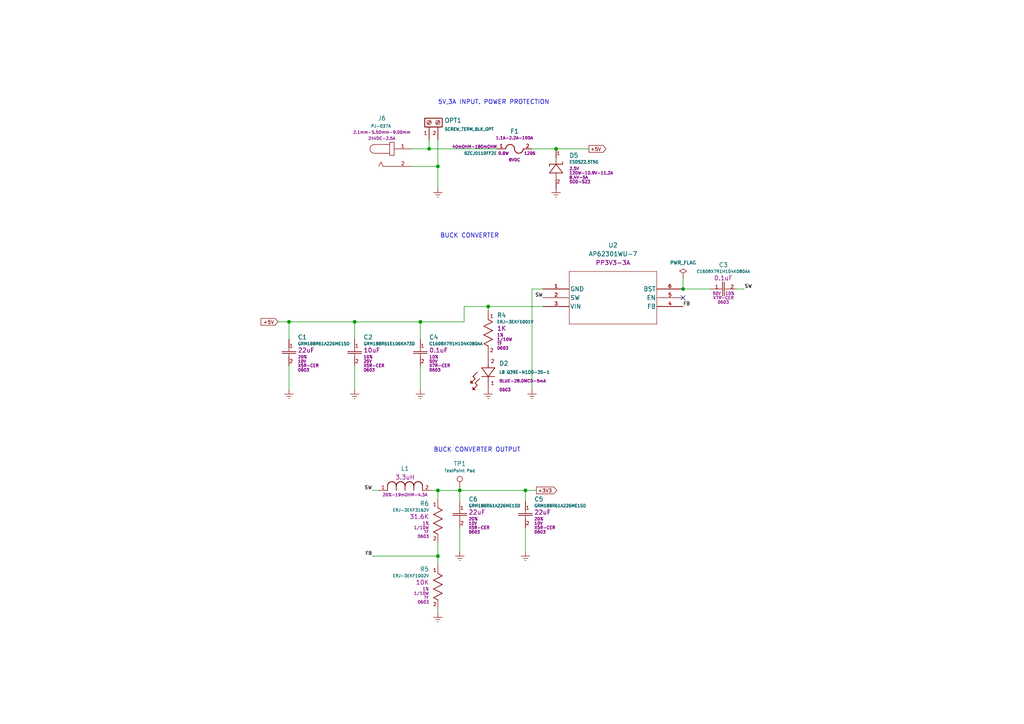
<source format=kicad_sch>
(kicad_sch (version 20211123) (generator eeschema)
  (paper "A4")
  (title_block (title "AED SMART ALARM BASE STATION") (date "2023-03-18") (rev "1.3") (company "ECE 490/491 GROUP 16 DESTIN CHAN, PEI-YU HUANG, MOHAMMAD KAMAL, SHU-YU LIN") (comment 1 "INPUT POWER AND BUCK CONVERTER"))
  (lib_symbols
    (symbol "0ZCJ0110FF2E_1" (pin_names hide)
      (property "Reference" "F1" (at 5.08 5.08 0))
      (property "Value" "0ZCJ0110FF2E_1" (at 0 -1.27 0))
      (property "Rated Current" "1.1A-2.2A-100A" (at 5.08 3.175 0))
      (property "Resistance" "40mOHM-180mOHM" (at 0 1.27 0))
      (property "Max Voltage" "8VDC" (at 5.08 -3.175 0))
      (property "Typical Power" "0.8W" (at 1.905 -1.27 0))
      (property "Size" "1206" (at 9.525 -1.27 0))
      (symbol "0ZCJ0110FF2E_1_1_1"
        (arc (start 5.08 0) (mid 3.81 1.27) (end 2.54 0) (stroke (width 0.254)))
        (arc (start 5.08 0) (mid 6.35 -1.27) (end 7.62 0) (stroke (width 0.254)))
        (pin passive line (at 0 0 0) (length 2.54) (name "1") (number "1"))
        (pin passive line (at 10.16 0 180) (length 2.54) (name "2") (number "2"))
      )
    )
    (symbol "1. Buck Converter:AP62301WU-7" (pin_names (offset 0.254))
      (property "Reference" "U" (at 20.32 6.35 0))
      (property "Value" "AP62301WU-7" (at 20.32 3.175 0))
      (property "Current" "PP3V3-3A" (at 20.32 0.635 0))
      (symbol "AP62301WU-7_1_1"
        (polyline (pts (xy 7.62 -10.16) (xy 33.02 -10.16)) (stroke (width 0.127)))
        (polyline (pts (xy 7.62 5.08) (xy 7.62 -10.16)) (stroke (width 0.127)))
        (polyline (pts (xy 33.02 -10.16) (xy 33.02 5.08)) (stroke (width 0.127)))
        (polyline (pts (xy 33.02 5.08) (xy 7.62 5.08)) (stroke (width 0.127)))
        (pin power_in line (at 0 0 0) (length 7.62) (name "GND") (number "1"))
        (pin power_out line (at 0 -2.54 0) (length 7.62) (name "SW") (number "2"))
        (pin power_in line (at 0 -5.08 0) (length 7.62) (name "VIN") (number "3"))
        (pin input line (at 40.64 -5.08 180) (length 7.62) (name "FB") (number "4"))
        (pin input line (at 40.64 -2.54 180) (length 7.62) (name "EN") (number "5"))
        (pin power_in line (at 40.64 0 180) (length 7.62) (name "BST") (number "6"))
      )
    )
    (symbol "1. Capacitor - 0.1u:C1608X7R1H104K080AA" (pin_numbers hide) (pin_names (offset 1.651) hide)
      (property "Reference" "C" (at 2.54 0.254 0))
      (property "Value" "C1608X7R1H104K080AA" (at 0.127 -17.78 0))
      (property "Capacitance" "0.1uF" (at 2.54 -1.524 0))
      (property "Tolerance" "10%" (at 2.794 -3.302 0))
      (property "Rated Voltage" "50V" (at 2.794 -4.826 0))
      (property "Code" "X7R-CER" (at 2.794 -6.35 0))
      (property "Size" "0603" (at 2.794 -7.874 0))
      (symbol "C1608X7R1H104K080AA_0_0"
        (polyline (pts (xy 0 -5.08) (xy 0 -4.064)))
        (polyline (pts (xy 0 -3.556) (xy 0 -2.54)))
        (text "1" (at 0.635 -1.905 0) (effects (font (size 1 1))))
        (text "2" (at 0.635 -6.35 0) (effects (font (size 1 1))))
      )
      (symbol "C1608X7R1H104K080AA_1_1"
        (polyline (pts (xy -2.032 -4.064) (xy 2.032 -4.064)) (stroke (width 0.2032)))
        (polyline (pts (xy -2.032 -3.556) (xy 2.032 -3.556)) (stroke (width 0.2032)))
        (pin passive line (at 0 0 270) (length 2.54) (name "1") (number "1"))
        (pin passive line (at 0 -7.62 90) (length 2.54) (name "2") (number "2"))
      )
    )
    (symbol "1. Capacitor - 10u:GRM188R61E106KA73D" (pin_numbers hide) (pin_names (offset 1.651) hide)
      (property "Reference" "C" (at 2.54 0.254 0))
      (property "Value" "GRM188R61E106KA73D" (at 0 -22.86 0))
      (property "Capacitance" "10uF" (at 2.54 -1.651 0))
      (property "Tolerance" "10%" (at 2.794 -3.683 0))
      (property "Rated Voltage" "25V" (at 2.794 -5.588 0))
      (property "Code" "X5R-CER" (at 2.794 -7.493 0))
      (property "Size" "0603" (at 2.794 -9.398 0))
      (symbol "GRM188R61E106KA73D_0_0"
        (polyline (pts (xy 0 -5.08) (xy 0 -4.064)))
        (polyline (pts (xy 0 -3.556) (xy 0 -2.54)))
        (text "1" (at 0.635 -1.905 0) (effects (font (size 1 1))))
        (text "2" (at 0.635 -6.35 0) (effects (font (size 1 1))))
      )
      (symbol "GRM188R61E106KA73D_1_1"
        (polyline (pts (xy -2.032 -4.064) (xy 2.032 -4.064)) (stroke (width 0.2032)))
        (polyline (pts (xy -2.032 -3.556) (xy 2.032 -3.556)) (stroke (width 0.2032)))
        (pin passive line (at 0 0 270) (length 2.54) (name "1") (number "1"))
        (pin passive line (at 0 -7.62 90) (length 2.54) (name "2") (number "2"))
      )
    )
    (symbol "1. Capacitor - 22u:GRM188R61A226ME15D" (pin_numbers hide) (pin_names (offset 1.651) hide)
      (property "Reference" "C" (at 2.54 0.254 0))
      (property "Value" "GRM188R61A226ME15D" (at 0 -14.605 0))
      (property "Capacitance" "22uF" (at 2.54 -1.524 0))
      (property "Tolerance" "20%" (at 2.54 -3.429 0))
      (property "Rated Voltage" "10V" (at 2.54 -5.334 0))
      (property "Code" "X5R-CER" (at 2.54 -7.239 0))
      (property "Size" "0603" (at 2.54 -9.144 0))
      (symbol "GRM188R61A226ME15D_0_0"
        (polyline (pts (xy 0 -5.08) (xy 0 -4.064)))
        (polyline (pts (xy 0 -3.556) (xy 0 -2.54)))
        (text "1" (at 0.635 -1.905 0) (effects (font (size 1 1))))
        (text "2" (at 0.635 -6.35 0) (effects (font (size 1 1))))
      )
      (symbol "GRM188R61A226ME15D_1_1"
        (polyline (pts (xy -2.032 -4.064) (xy 2.032 -4.064)) (stroke (width 0.2032)))
        (polyline (pts (xy -2.032 -3.556) (xy 2.032 -3.556)) (stroke (width 0.2032)))
        (pin passive line (at 0 0 270) (length 2.54) (name "1") (number "1"))
        (pin passive line (at 0 -7.62 90) (length 2.54) (name "2") (number "2"))
      )
    )
    (symbol "1. DC Power Connector:PJ-037A" (pin_names (offset 1.016) hide)
      (property "Reference" "J" (at -7.62 5.08 0))
      (property "Value" "PJ-037A" (at -7.62 -5.08 0))
      (property "Size" "2.1mm-5.50mm-9.00mm" (at 0 0 0))
      (property "Rating" "24VDC-2.5A" (at 0 0 0))
      (symbol "PJ-037A_0_0"
        (arc (start -5.715 3.81) (mid -6.985 2.54) (end -5.715 1.27) (stroke (width 0.1524)))
        (polyline (pts (xy -5.715 3.81) (xy -1.27 3.81)) (stroke (width 0.1524)))
        (polyline (pts (xy -3.81 -1.27) (xy -4.445 -2.54)) (stroke (width 0.1524)))
        (polyline (pts (xy -3.175 -2.54) (xy -3.81 -1.27)) (stroke (width 0.1524)))
        (polyline (pts (xy -1.27 0.635) (xy 0 0.635)) (stroke (width 0.1524)))
        (polyline (pts (xy -1.27 1.27) (xy -5.715 1.27)) (stroke (width 0.1524)))
        (polyline (pts (xy -1.27 1.27) (xy -1.27 0.635)) (stroke (width 0.1524)))
        (polyline (pts (xy -1.27 3.81) (xy -1.27 1.27)) (stroke (width 0.1524)))
        (polyline (pts (xy -1.27 4.445) (xy -1.27 3.81)) (stroke (width 0.1524)))
        (polyline (pts (xy 0 -2.54) (xy -3.175 -2.54)) (stroke (width 0.1524)))
        (polyline (pts (xy 0 0.635) (xy 0 4.445)) (stroke (width 0.1524)))
        (polyline (pts (xy 0 4.445) (xy -1.27 4.445)) (stroke (width 0.1524)))
        (pin passive line (at 5.08 2.54 180) (length 5.08) (name "~") (number "1"))
        (pin passive line (at 5.08 -2.54 180) (length 5.08) (name "~") (number "2"))
      )
    )
    (symbol "1. Inductor:NRS8030T3R3MJGJ" (pin_names (offset 1.651) hide)
      (property "Reference" "L1" (at 7.62 6.35 0))
      (property "Inductance" "3.3uH" (at 7.62 3.81 0))
      (property "Tolerance + DCR + Rated Current" "20%-19mOHM-4.3A" (at 7.62 -1.27 0))
      (symbol "NRS8030T3R3MJGJ_1_1"
        (polyline (pts (xy 2.54 0) (xy 2.54 1.27)) (stroke (width 0.2032)))
        (polyline (pts (xy 5.08 0) (xy 5.08 1.27)) (stroke (width 0.2032)))
        (polyline (pts (xy 7.62 0) (xy 7.62 1.27)) (stroke (width 0.2032)))
        (polyline (pts (xy 10.16 0) (xy 10.16 1.27)) (stroke (width 0.2032)))
        (polyline (pts (xy 12.7 0) (xy 12.7 1.27)) (stroke (width 0.2032)))
        (arc (start 5.08 1.27) (mid 3.81 2.54) (end 2.54 1.27) (stroke (width 0.254)))
        (arc (start 7.62 1.27) (mid 6.35 2.54) (end 5.08 1.27) (stroke (width 0.254)))
        (arc (start 10.16 1.27) (mid 8.89 2.54) (end 7.62 1.27) (stroke (width 0.254)))
        (arc (start 12.7 1.27) (mid 11.43 2.54) (end 10.16 1.27) (stroke (width 0.254)))
        (pin passive line (at 0 0 0) (length 2.54) (name "1") (number "1"))
        (pin passive line (at 15.24 0 180) (length 2.54) (name "2") (number "2"))
      )
    )
    (symbol "1. LED - Blue:LB Q39E-N1OO-35-1" (pin_numbers hide) (pin_names hide)
      (property "Reference" "D1" (at 2.54 -1.905 0))
      (property "Value" "LB Q39E-N1OO-35-1" (at 2.54 -3.81 0))
      (property "Colour-Intensity-FWD Current" "BLUE-28.0MCD-5mA" (at 2.54 -5.715 0))
      (property "Size" "0603" (at 2.54 -7.62 0))
      (symbol "LB Q39E-N1OO-35-1_0_0"
        (text "1" (at 1.27 -8.255 0) (effects (font (size 1 1))))
        (text "2" (at 1.27 -1.905 0) (effects (font (size 1 1))))
      )
      (symbol "LB Q39E-N1OO-35-1_1_1"
        (polyline (pts (xy -5.08 -8.255) (xy -5.08 -7.62)) (stroke (width 0.2032)))
        (polyline (pts (xy -5.08 -7.62) (xy -4.445 -8.255)) (stroke (width 0.2032)))
        (polyline (pts (xy -4.445 -10.16) (xy -4.445 -9.525)) (stroke (width 0.2032)))
        (polyline (pts (xy -4.445 -9.525) (xy -3.81 -10.16)) (stroke (width 0.2032)))
        (polyline (pts (xy -4.445 -8.255) (xy -5.08 -8.255)) (stroke (width 0.2032)))
        (polyline (pts (xy -4.445 -6.35) (xy -3.81 -6.985)) (stroke (width 0.2032)))
        (polyline (pts (xy -3.81 -10.16) (xy -4.445 -10.16)) (stroke (width 0.2032)))
        (polyline (pts (xy -3.81 -8.255) (xy -3.175 -8.89)) (stroke (width 0.2032)))
        (polyline (pts (xy -3.81 -6.985) (xy -5.08 -8.255)) (stroke (width 0.2032)))
        (polyline (pts (xy -3.175 -8.89) (xy -4.445 -10.16)) (stroke (width 0.2032)))
        (polyline (pts (xy -3.175 -5.08) (xy -4.445 -6.35)) (stroke (width 0.2032)))
        (polyline (pts (xy -2.54 -6.985) (xy -3.81 -8.255)) (stroke (width 0.2032)))
        (polyline (pts (xy -1.905 -3.81) (xy 1.905 -3.81)) (stroke (width 0.2032)))
        (polyline (pts (xy 0 -6.35) (xy -1.905 -3.81)) (stroke (width 0.2032)))
        (polyline (pts (xy 0 -6.35) (xy 0 -7.62)) (stroke (width 0.2032)))
        (polyline (pts (xy 0 -3.175) (xy 0 -3.81)) (stroke (width 0.2032)))
        (polyline (pts (xy 0 -2.54) (xy 0 -3.4798)) (stroke (width 0.2032)))
        (polyline (pts (xy 1.905 -6.35) (xy -1.905 -6.35)) (stroke (width 0.2032)))
        (polyline (pts (xy 1.905 -3.81) (xy 0 -6.35)) (stroke (width 0.2032)))
        (pin passive line (at 0 -10.16 90) (length 2.54) (name "1") (number "1"))
        (pin passive line (at 0 0 270) (length 2.54) (name "2") (number "2"))
      )
    )
    (symbol "1. Resistor - 10k:ERJ-3EKF1002V" (pin_numbers hide) (pin_names (offset -2.54) hide)
      (property "Reference" "R2" (at -2.54 -1.27 0))
      (property "Value" "ERJ-3EKF1002V" (at -2.54 -3.175 0))
      (property "Resistance" "10K" (at -2.54 -5.08 0))
      (property "Tolerance" "1%" (at -2.54 -6.985 0))
      (property "Power Dissipation" "1/10W" (at -2.54 -8.255 0))
      (property "Type" "TF" (at -2.54 -9.525 0))
      (property "Size" "0603" (at -2.54 -10.795 0))
      (symbol "ERJ-3EKF1002V_0_0"
        (text "1" (at -0.889 -1.524 0) (effects (font (size 1 1))))
        (text "2" (at -0.889 -11.43 0) (effects (font (size 1 1))))
      )
      (symbol "ERJ-3EKF1002V_1_1"
        (polyline (pts (xy -1.27 -9.525) (xy 1.27 -8.255)) (stroke (width 0.2032)))
        (polyline (pts (xy -1.27 -6.985) (xy 1.27 -5.715)) (stroke (width 0.2032)))
        (polyline (pts (xy -1.27 -4.445) (xy 1.27 -3.175)) (stroke (width 0.2032)))
        (polyline (pts (xy 0 -10.16) (xy -1.27 -9.525)) (stroke (width 0.2032)))
        (polyline (pts (xy 1.27 -8.255) (xy -1.27 -6.985)) (stroke (width 0.2032)))
        (polyline (pts (xy 1.27 -5.715) (xy -1.27 -4.445)) (stroke (width 0.2032)))
        (polyline (pts (xy 1.27 -3.175) (xy 0 -2.54)) (stroke (width 0.2032)))
        (pin passive line (at 0 0 270) (length 2.54) (name "1") (number "1"))
        (pin passive line (at 0 -12.7 90) (length 2.54) (name "2") (number "2"))
      )
    )
    (symbol "1. Resistor - 1k:ERJ-3EKF1001V" (pin_numbers hide) (pin_names (offset -2.54) hide)
      (property "Reference" "R" (at 2.54 -1.27 0))
      (property "Value" "ERJ-3EKF1001V" (at 2.54 -3.175 0))
      (property "Resistance" "1K" (at 2.54 -5.08 0))
      (property "Tolerance" "1%" (at 2.54 -6.985 0))
      (property "Power Dissipation" "1/10W" (at 2.54 -8.255 0))
      (property "Type" "TF" (at 2.54 -9.525 0))
      (property "Size" "0603" (at 2.54 -10.795 0))
      (symbol "ERJ-3EKF1001V_0_0"
        (text "1" (at 1.016 -1.524 0) (effects (font (size 1 1))))
        (text "2" (at 1.016 -11.43 0) (effects (font (size 1 1))))
      )
      (symbol "ERJ-3EKF1001V_1_1"
        (polyline (pts (xy -1.27 -9.525) (xy 1.27 -8.255)) (stroke (width 0.2032)))
        (polyline (pts (xy -1.27 -6.985) (xy 1.27 -5.715)) (stroke (width 0.2032)))
        (polyline (pts (xy -1.27 -4.445) (xy 1.27 -3.175)) (stroke (width 0.2032)))
        (polyline (pts (xy 0 -10.16) (xy -1.27 -9.525)) (stroke (width 0.2032)))
        (polyline (pts (xy 1.27 -8.255) (xy -1.27 -6.985)) (stroke (width 0.2032)))
        (polyline (pts (xy 1.27 -5.715) (xy -1.27 -4.445)) (stroke (width 0.2032)))
        (polyline (pts (xy 1.27 -3.175) (xy 0 -2.54)) (stroke (width 0.2032)))
        (pin passive line (at 0 0 270) (length 2.54) (name "1") (number "1"))
        (pin passive line (at 0 -12.7 90) (length 2.54) (name "2") (number "2"))
      )
    )
    (symbol "1. Resistor - 31.6k:ERJ-3EKF3162V" (pin_numbers hide) (pin_names (offset -2.54) hide)
      (property "Reference" "R1" (at -2.54 -1.27 0))
      (property "Value" "ERJ-3EKF3162V" (at -2.54 -3.175 0))
      (property "Resistance" "31.6K" (at -2.54 -5.08 0))
      (property "Tolerance" "1%" (at -2.54 -6.985 0))
      (property "Power Dissipation" "1/10W" (at -2.54 -8.255 0))
      (property "Type" "TF" (at -2.54 -9.525 0))
      (property "Size" "0603" (at -2.54 -10.795 0))
      (symbol "ERJ-3EKF3162V_0_0"
        (text "1" (at -0.889 -1.524 0) (effects (font (size 1 1))))
        (text "2" (at -0.889 -11.43 0) (effects (font (size 1 1))))
      )
      (symbol "ERJ-3EKF3162V_1_1"
        (polyline (pts (xy -1.27 -9.525) (xy 1.27 -8.255)) (stroke (width 0.2032)))
        (polyline (pts (xy -1.27 -6.985) (xy 1.27 -5.715)) (stroke (width 0.2032)))
        (polyline (pts (xy -1.27 -4.445) (xy 1.27 -3.175)) (stroke (width 0.2032)))
        (polyline (pts (xy 0 -10.16) (xy -1.27 -9.525)) (stroke (width 0.2032)))
        (polyline (pts (xy 1.27 -8.255) (xy -1.27 -6.985)) (stroke (width 0.2032)))
        (polyline (pts (xy 1.27 -5.715) (xy -1.27 -4.445)) (stroke (width 0.2032)))
        (polyline (pts (xy 1.27 -3.175) (xy 0 -2.54)) (stroke (width 0.2032)))
        (pin passive line (at 0 0 270) (length 2.54) (name "1") (number "1"))
        (pin passive line (at 0 -12.7 90) (length 2.54) (name "2") (number "2"))
      )
    )
    (symbol "1. Screw Terminal 01x02:SCREW_TERM_BLK_OPT" (pin_numbers hide) (pin_names (offset 1.016) hide)
      (property "Reference" "J" (at 1.0668 4.826 0))
      (property "Value" "SCREW_TERM_BLK_OPT" (at 0 -5.08 0))
      (symbol "SCREW_TERM_BLK_OPT_0_0"
        (text "1" (at -1.0414 2.032 0) (effects (font (size 1 1))))
        (text "2" (at 1.4986 2.032 0) (effects (font (size 1 1))))
      )
      (symbol "SCREW_TERM_BLK_OPT_1_1"
        (rectangle (start -1.27 3.81) (end 3.81 6.35) (stroke (width 0.254)))
        (polyline (pts (xy -0.508 4.7498) (xy 0.3302 5.6134)) (stroke (width 0.1524)))
        (polyline (pts (xy -0.3302 4.572) (xy 0.508 5.4356)) (stroke (width 0.1524)))
        (polyline (pts (xy 2.032 4.7498) (xy 2.8702 5.6134)) (stroke (width 0.1524)))
        (polyline (pts (xy 2.2098 4.572) (xy 3.048 5.4356)) (stroke (width 0.1524)))
        (circle (center 0 5.1054) (radius 0.635) (stroke (width 0.1524)))
        (circle (center 2.54 5.1054) (radius 0.635) (stroke (width 0.1524)))
        (pin passive line (at 0 0 90) (length 3.81) (name "5V") (number "1"))
        (pin passive line (at 2.54 0 90) (length 3.81) (name "GND") (number "2"))
      )
    )
    (symbol "1. Test Point Pad:TestPoint Pad" (pin_numbers hide) (pin_names (offset 0.762) hide)
      (property "Reference" "TP" (at 0 6.858 0))
      (property "Value" "TestPoint Pad" (at 0 5.08 0))
      (symbol "TestPoint Pad_0_1"
        (circle (center 0 3.302) (radius 0.762))
      )
      (symbol "TestPoint Pad_1_1"
        (pin passive line (at 0 0 90) (length 2.54) (name "1") (number "1"))
      )
    )
    (symbol "C1608X7R1H104K080AA_1" (pin_numbers hide) (pin_names (offset 1.651) hide)
      (property "Reference" "C?" (at -4.318 -2.159 0))
      (property "Value" "C1608X7R1H104K080AA_1" (at -4.318 -4.064 0))
      (property "Capacitance" "0.1uF" (at -4.318 -5.969 0))
      (property "Tolerance" "10%" (at -2.413 -10.414 0))
      (property "Rated Voltage" "50V" (at -6.223 -10.414 0))
      (property "Code" "X7R-CER" (at -4.318 -11.684 0))
      (property "Size" "0603" (at -4.318 -12.954 0))
      (symbol "C1608X7R1H104K080AA_1_0_0"
        (polyline (pts (xy -4.572 -9.144) (xy -5.588 -9.144)))
        (polyline (pts (xy -3.048 -9.144) (xy -4.064 -9.144)))
        (text "1" (at -6.223 -8.509 0) (effects (font (size 1 1))))
        (text "2" (at -1.778 -8.509 0) (effects (font (size 1 1))))
      )
      (symbol "C1608X7R1H104K080AA_1_1_1"
        (polyline (pts (xy -4.572 -11.176) (xy -4.572 -7.112)) (stroke (width 0.2032)))
        (polyline (pts (xy -4.064 -11.176) (xy -4.064 -7.112)) (stroke (width 0.2032)))
        (pin passive line (at -8.128 -9.144 0) (length 2.54) (name "1") (number "1"))
        (pin passive line (at -0.508 -9.144 180) (length 2.54) (name "2") (number "2"))
      )
    )
    (symbol "ESD5Z2.5T5G_1" (pin_numbers hide) (pin_names (offset 0.254) hide)
      (property "Reference" "D" (at 2.54 -3.175 0))
      (property "Value" "ESD5Z2.5T5G_1" (at 2.54 -5.08 0))
      (property "Reverse Working Voltage" "2.5V" (at 2.54 -6.985 0))
      (property "Power Pulse Power, Voltage, Current" "120W-10.9V-11.2A" (at 2.54 -9.525 0))
      (property "Clamping Voltage" "8.4V-5A" (at 2.54 -8.255 0))
      (property "Package" "SOD-523" (at 2.54 -10.795 0))
      (symbol "ESD5Z2.5T5G_1_0_0"
        (text "1" (at 0.635 -1.27 0) (effects (font (size 1 1))))
        (text "2" (at 0.635 -9.525 0) (effects (font (size 1 1))))
      )
      (symbol "ESD5Z2.5T5G_1_0_1"
        (polyline (pts (xy 0 -6.985) (xy 0 -8.89)))
        (polyline (pts (xy 0 -2.54) (xy 0 -4.445)))
      )
      (symbol "ESD5Z2.5T5G_1_1_0"
        (pin passive line (at 0 0 270) (length 2.54) (name "C") (number "1"))
        (pin passive line (at 0 -11.43 90) (length 2.54) (name "A") (number "2"))
      )
      (symbol "ESD5Z2.5T5G_1_1_1"
        (polyline (pts (xy -1.905 -6.985) (xy 0 -4.445)) (stroke (width 0.2032)))
        (polyline (pts (xy -1.905 -4.445) (xy -1.905 -5.08)) (stroke (width 0.2032)))
        (polyline (pts (xy 0 -4.445) (xy 1.905 -6.985)) (stroke (width 0.2032)))
        (polyline (pts (xy 1.905 -6.985) (xy -1.905 -6.985)) (stroke (width 0.2032)))
        (polyline (pts (xy 1.905 -4.445) (xy -1.905 -4.445)) (stroke (width 0.2032)))
        (polyline (pts (xy 1.905 -4.445) (xy 1.905 -3.81)) (stroke (width 0.2032)))
      )
    )
    (symbol "GRM188R61A226ME15D_1" (pin_numbers hide) (pin_names (offset 1.651) hide)
      (property "Reference" "C" (at 2.54 0.254 0))
      (property "Value" "GRM188R61A226ME15D_1" (at 0 -14.605 0))
      (property "Capacitance" "22uF" (at 2.54 -1.524 0))
      (property "Tolerance" "20%" (at 2.54 -3.429 0))
      (property "Rated Voltage" "10V" (at 2.54 -5.334 0))
      (property "Code" "X5R-CER" (at 2.54 -7.239 0))
      (property "Size" "0603" (at 2.54 -9.144 0))
      (symbol "GRM188R61A226ME15D_1_0_0"
        (polyline (pts (xy 0 -5.08) (xy 0 -4.064)))
        (polyline (pts (xy 0 -3.556) (xy 0 -2.54)))
        (text "1" (at 0.635 -1.905 0) (effects (font (size 1 1))))
        (text "2" (at 0.635 -6.35 0) (effects (font (size 1 1))))
      )
      (symbol "GRM188R61A226ME15D_1_1_1"
        (polyline (pts (xy -2.032 -4.064) (xy 2.032 -4.064)) (stroke (width 0.2032)))
        (polyline (pts (xy -2.032 -3.556) (xy 2.032 -3.556)) (stroke (width 0.2032)))
        (pin passive line (at 0 0 270) (length 2.54) (name "1") (number "1"))
        (pin passive line (at 0 -7.62 90) (length 2.54) (name "2") (number "2"))
      )
    )
    (symbol "GRM188R61A226ME15D_2" (pin_numbers hide) (pin_names (offset 1.651) hide)
      (property "Reference" "C" (at 2.54 0.254 0))
      (property "Value" "GRM188R61A226ME15D_2" (at 0 -14.605 0))
      (property "Capacitance" "22uF" (at 2.54 -1.524 0))
      (property "Tolerance" "20%" (at 2.54 -3.429 0))
      (property "Rated Voltage" "10V" (at 2.54 -5.334 0))
      (property "Code" "X5R-CER" (at 2.54 -7.239 0))
      (property "Size" "0603" (at 2.54 -9.144 0))
      (symbol "GRM188R61A226ME15D_2_0_0"
        (polyline (pts (xy 0 -5.08) (xy 0 -4.064)))
        (polyline (pts (xy 0 -3.556) (xy 0 -2.54)))
        (text "1" (at 0.635 -1.905 0) (effects (font (size 1 1))))
        (text "2" (at 0.635 -6.35 0) (effects (font (size 1 1))))
      )
      (symbol "GRM188R61A226ME15D_2_1_1"
        (polyline (pts (xy -2.032 -4.064) (xy 2.032 -4.064)) (stroke (width 0.2032)))
        (polyline (pts (xy -2.032 -3.556) (xy 2.032 -3.556)) (stroke (width 0.2032)))
        (pin passive line (at 0 0 270) (length 2.54) (name "1") (number "1"))
        (pin passive line (at 0 -7.62 90) (length 2.54) (name "2") (number "2"))
      )
    )
    (symbol "power:Earth" (power) (pin_names (offset 0))
      (symbol "Earth_0_1"
        (polyline (pts (xy -0.635 -1.905) (xy 0.635 -1.905)))
        (polyline (pts (xy -0.127 -2.54) (xy 0.127 -2.54)))
        (polyline (pts (xy 0 -1.27) (xy 0 0)))
        (polyline (pts (xy 1.27 -1.27) (xy -1.27 -1.27)))
      )
      (symbol "Earth_1_1"
        (pin power_in line (at 0 0 270) (length 0) hide (name "Earth") (number "1"))
      )
    )
    (symbol "power:PWR_FLAG" (power) (pin_numbers hide) (pin_names (offset 0) hide)
      (property "Value" "PWR_FLAG" (at 0 3.81 0))
      (symbol "PWR_FLAG_0_0"
        (pin power_out line (at 0 0 90) (length 0) (name "pwr") (number "1"))
      )
      (symbol "PWR_FLAG_0_1"
        (polyline (pts (xy 0 0) (xy 0 1.27) (xy -1.016 1.905) (xy 0 2.54) (xy 1.016 1.905) (xy 0 1.27)))
      )
    )
  )
  (junction (at 152.4 142.24))
  (junction (at 127 161.29))
  (junction (at 127 142.24))
  (junction (at 121.92 93.345))
  (junction (at 127 48.26))
  (junction (at 198.12 83.82))
  (junction (at 102.87 93.345))
  (junction (at 83.82 93.345))
  (junction (at 124.46 43.18))
  (junction (at 161.29 43.18))
  (junction (at 133.35 142.24))
  (junction (at 141.605 88.9))
  (no_connect (at 198.12 86.36))
  (wire (pts (xy 127 177.8) (xy 127 176.53)))
  (wire (pts (xy 121.92 106.045) (xy 121.92 113.03)))
  (wire (pts (xy 127 161.29) (xy 127 163.83)))
  (wire (pts (xy 152.4 142.24) (xy 155.575 142.24)))
  (wire (pts (xy 83.82 93.345) (xy 83.82 98.425)))
  (wire (pts (xy 198.12 80.518) (xy 198.12 83.82)))
  (wire (pts (xy 80.645 93.345) (xy 83.82 93.345)))
  (wire (pts (xy 134.62 93.345) (xy 134.62 88.9)))
  (wire (pts (xy 125.095 142.24) (xy 127 142.24)))
  (wire (pts (xy 133.35 142.24) (xy 152.4 142.24)))
  (wire (pts (xy 107.95 161.29) (xy 127 161.29)))
  (wire (pts (xy 119.38 43.18) (xy 124.46 43.18)))
  (wire (pts (xy 127 142.24) (xy 133.35 142.24)))
  (wire (pts (xy 127 48.26) (xy 127 54.61)))
  (wire (pts (xy 133.35 153.035) (xy 133.35 160.02)))
  (wire (pts (xy 83.82 93.345) (xy 102.87 93.345)))
  (wire (pts (xy 107.95 142.24) (xy 109.855 142.24)))
  (wire (pts (xy 152.4 153.035) (xy 152.4 160.02)))
  (wire (pts (xy 102.87 93.345) (xy 121.92 93.345)))
  (wire (pts (xy 157.48 83.82) (xy 154.305 83.82)))
  (wire (pts (xy 127 40.64) (xy 127 48.26)))
  (wire (pts (xy 152.4 142.24) (xy 152.4 145.415)))
  (wire (pts (xy 141.605 88.9) (xy 141.605 90.17)))
  (wire (pts (xy 161.29 43.18) (xy 170.815 43.18)))
  (wire (pts (xy 124.46 43.18) (xy 144.145 43.18)))
  (wire (pts (xy 102.87 106.045) (xy 102.87 113.03)))
  (wire (pts (xy 127 157.48) (xy 127 161.29)))
  (wire (pts (xy 198.12 83.82) (xy 205.994 83.82)))
  (wire (pts (xy 102.87 93.345) (xy 102.87 98.425)))
  (wire (pts (xy 133.35 142.24) (xy 133.35 145.415)))
  (wire (pts (xy 154.305 43.18) (xy 161.29 43.18)))
  (wire (pts (xy 141.605 88.9) (xy 157.48 88.9)))
  (wire (pts (xy 213.614 83.82) (xy 215.9 83.82)))
  (wire (pts (xy 124.46 40.64) (xy 124.46 43.18)))
  (wire (pts (xy 121.92 93.345) (xy 134.62 93.345)))
  (wire (pts (xy 127 142.24) (xy 127 144.78)))
  (wire (pts (xy 119.38 48.26) (xy 127 48.26)))
  (wire (pts (xy 121.92 93.345) (xy 121.92 98.425)))
  (wire (pts (xy 134.62 88.9) (xy 141.605 88.9)))
  (wire (pts (xy 83.82 106.045) (xy 83.82 113.03)))
  (wire (pts (xy 154.305 83.82) (xy 154.305 113.03)))
  (text "BUCK CONVERTER OUTPUT" (at 125.73 131.318 0) (effects (font (size 1.27 1.27)) (justify left bottom)))
  (text "BUCK CONVERTER" (at 127.635 69.215 0) (effects (font (size 1.27 1.27)) (justify left bottom)))
  (text "5V,3A INPUT. POWER PROTECTION" (at 127 30.48 0) (effects (font (size 1.27 1.27)) (justify left bottom)))
  (label "FB" (at 198.12 88.9 0) (effects (font (size 1 1))))
  (label "SW" (at 157.48 86.36 180) (effects (font (size 1 1))))
  (label "FB" (at 107.95 161.29 180) (effects (font (size 1 1))))
  (label "SW" (at 215.9 83.82 0) (effects (font (size 1 1))))
  (label "SW" (at 107.95 142.24 180) (effects (font (size 1 1))))
  (global_label "+5V" (shape output) (at 170.815 43.18 0) (effects (font (size 1 1))) (property "Intersheet References" "${INTERSHEET_REFS}" (effects hide)))
  (global_label "+5V" (shape input) (at 80.645 93.345 180) (effects (font (size 1 1))) (property "Intersheet References" "${INTERSHEET_REFS}" (effects hide)))
  (global_label "+3V3" (shape output) (at 155.575 142.24 0) (effects (font (size 1 1))) (property "Intersheet References" "${INTERSHEET_REFS}" (effects hide)))
  (symbol (lib_id "1. LED - Blue:LB Q39E-N1OO-35-1") (at 141.605 102.87 0) (unit 1)
    (property "Reference" "D2" (at 144.78 105.41 0) (effects (justify left)))
    (property "Value" "LB Q39E-N1OO-35-1" (at 144.78 107.95 0) (effects (font (size 0.85 0.85)) (justify left)))
    (property "Footprint" "1. LB-Q39E-N1OO-35-1 (Blue LED):LB Q39E-N1OO-35-1" (effects hide))
    (property "Datasheet" "https://dammedia.osram.info/media/resource/hires/osram-dam-5174589/LB%20Q39E_EN.pdf" (effects hide))
    (property "Colour-Intensity-FWD Current" "BLUE-28.0MCD-5mA" (at 144.78 110.49 0) (effects (font (size 0.85 0.85)) (justify left)))
    (property "Size" "0603" (at 144.78 113.03 0) (effects (font (size 0.85 0.85)) (justify left)))
  )
  (symbol (lib_id "power:Earth") (at 102.87 113.03 0) (unit 1)
    (property "Reference" "#PWR07" (effects hide))
    (property "Value" "Earth" (effects hide))
  )
  (symbol (lib_id "1. Resistor - 31.6k:ERJ-3EKF3162V") (at 127 144.78 0) (unit 1)
    (property "Reference" "R6" (at 124.46 146.05 0) (effects (justify right)))
    (property "Value" "ERJ-3EKF3162V" (at 124.46 147.955 0) (effects (font (size 0.85 0.85)) (justify right)))
    (property "Footprint" "1. ERJ-3EKF3162V (31.6k resistor):ERJ-3EKF3162V" (effects hide))
    (property "Datasheet" "https://industrial.panasonic.com/cdbs/www-data/pdf/RDA0000/AOA0000C304.pdf" (effects hide))
    (property "Resistance" "31.6K" (at 124.46 149.86 0) (effects (justify right)))
    (property "Tolerance" "1%" (at 124.46 151.765 0) (effects (font (size 0.85 0.85)) (justify right)))
    (property "Power Dissipation" "1/10W" (at 124.46 153.035 0) (effects (font (size 0.85 0.85)) (justify right)))
    (property "Type" "TF" (at 124.46 154.305 0) (effects (font (size 0.85 0.85)) (justify right)))
    (property "Size" "0603" (at 124.46 155.575 0) (effects (font (size 0.85 0.85)) (justify right)))
  )
  (symbol (lib_id "1. Capacitor - 10u:GRM188R61E106KA73D") (at 102.87 98.425 0) (unit 1)
    (property "Reference" "C2" (at 105.41 97.79 0) (effects (justify left)))
    (property "Value" "GRM188R61E106KA73D" (at 105.41 99.695 0) (effects (font (size 0.85 0.85)) (justify left)))
    (property "Footprint" "1. GRM188R61E106KA73D (10u Capacitor):GRM188R61E106KA73D" (effects hide))
    (property "Datasheet" "https://search.murata.co.jp/Ceramy/image/img/A01X/G101/ENG/GRM188R61E106KA73-01.pdf" (effects hide))
    (property "Capacitance" "10uF" (at 105.41 101.6 0) (effects (justify left)))
    (property "Tolerance" "10%" (at 105.41 103.505 0) (effects (font (size 0.85 0.85)) (justify left)))
    (property "Rated Voltage" "25V" (at 105.41 104.775 0) (effects (font (size 0.85 0.85)) (justify left)))
    (property "Code" "X5R-CER" (at 105.41 106.045 0) (effects (font (size 0.85 0.85)) (justify left)))
    (property "Size" "0603" (at 105.41 107.315 0) (effects (font (size 0.85 0.85)) (justify left)))
  )
  (symbol (lib_id "power:Earth") (at 152.4 160.02 0) (unit 1)
    (property "Reference" "#PWR013" (effects hide))
    (property "Value" "Earth" (effects hide))
  )
  (symbol (lib_name "GRM188R61A226ME15D_1") (lib_id "1. Capacitor - 22u:GRM188R61A226ME15D") (at 133.35 145.415 0) (unit 1)
    (property "Reference" "C6" (at 135.89 144.78 0) (effects (justify left)))
    (property "Value" "GRM188R61A226ME15D" (at 135.89 146.685 0) (effects (font (size 0.85 0.85)) (justify left)))
    (property "Footprint" "1. GRM188R61A226ME15D (22u Capacitor):GRM188R61A226ME15D" (effects hide))
    (property "Datasheet" "https://search.murata.co.jp/Ceramy/image/img/A01X/G101/ENG/GRM188R61A226ME15-01.pdf" (effects hide))
    (property "Capacitance" "22uF" (at 135.89 148.59 0) (effects (justify left)))
    (property "Tolerance" "20%" (at 135.89 150.495 0) (effects (font (size 0.85 0.85)) (justify left)))
    (property "Rated Voltage" "10V" (at 135.89 151.765 0) (effects (font (size 0.85 0.85)) (justify left)))
    (property "Code" "X5R-CER" (at 135.89 153.035 0) (effects (font (size 0.85 0.85)) (justify left)))
    (property "Size" "0603" (at 135.89 154.305 0) (effects (font (size 0.85 0.85)) (justify left)))
  )
  (symbol (lib_id "power:Earth") (at 121.92 113.03 0) (unit 1)
    (property "Reference" "#PWR08" (effects hide))
    (property "Value" "Earth" (effects hide))
  )
  (symbol (lib_id "1. Test Point Pad:TestPoint Pad") (at 133.35 142.24 0) (unit 1)
    (property "Reference" "TP1" (at 133.35 134.4929 0))
    (property "Value" "TestPoint Pad" (at 133.35 136.525 0) (effects (font (size 0.85 0.85))))
    (property "Footprint" "1. Test Point Pad 1x1mm Square:TestPoint_Pad_1.0x1.0mm" (effects hide))
  )
  (symbol (lib_id "power:Earth") (at 154.305 113.03 0) (unit 1)
    (property "Reference" "#PWR014" (effects hide))
    (property "Value" "Earth" (effects hide))
  )
  (symbol (lib_id "1. Inductor:NRS8030T3R3MJGJ") (at 109.855 142.24 0) (unit 1)
    (property "Reference" "L1" (at 117.475 135.89 0))
    (property "Value" "NRS8030T3R3MJGJ" (effects hide))
    (property "Footprint" "1. NRS8030T3R3MJGJ (Inductor):NRS8030T3R3MJGJ" (effects hide))
    (property "Datasheet" "https://www.yuden.co.jp/productdata/catalog/wound04_e.pdf" (effects hide))
    (property "Inductance" "3.3uH" (at 117.475 138.43 0))
    (property "Tolerance + DCR + Rated Current" "20%-19mOHM-4.3A" (at 117.475 143.51 0) (effects (font (size 0.85 0.85))))
  )
  (symbol (lib_id "1. Resistor - 1k:ERJ-3EKF1001V") (at 141.605 90.17 0) (unit 1)
    (property "Reference" "R4" (at 144.145 91.44 0) (effects (justify left)))
    (property "Value" "ERJ-3EKF1001V" (at 144.145 93.345 0) (effects (font (size 0.85 0.85)) (justify left)))
    (property "Footprint" "1. ERJ-3EKF1001V (1k Resistor):ERJ-3EKF1001V" (effects hide))
    (property "Datasheet" "https://industrial.panasonic.com/cdbs/www-data/pdf/RDA0000/AOA0000C304.pdf" (effects hide))
    (property "Resistance" "1K" (at 144.145 95.25 0) (effects (justify left)))
    (property "Tolerance" "1%" (at 144.145 97.155 0) (effects (font (size 0.85 0.85)) (justify left)))
    (property "Power Dissipation" "1/10W" (at 144.145 98.425 0) (effects (font (size 0.85 0.85)) (justify left)))
    (property "Type" "TF" (at 144.145 99.695 0) (effects (font (size 0.85 0.85)) (justify left)))
    (property "Size" "0603" (at 144.145 100.965 0) (effects (font (size 0.85 0.85)) (justify left)))
  )
  (symbol (lib_id "power:Earth") (at 133.35 160.02 0) (unit 1)
    (property "Reference" "#PWR011" (effects hide))
    (property "Value" "Earth" (effects hide))
  )
  (symbol (lib_id "power:Earth") (at 161.29 54.61 0) (unit 1)
    (property "Reference" "#PWR015" (effects hide))
    (property "Value" "Earth" (effects hide))
  )
  (symbol (lib_id "power:PWR_FLAG") (at 198.12 80.518 0) (unit 1)
    (property "Reference" "#FLG05" (effects hide))
    (property "Value" "PWR_FLAG" (at 198.12 76.2 0) (effects (font (size 1 1))))
  )
  (symbol (lib_id "1. Resistor - 10k:ERJ-3EKF1002V") (at 127 163.83 0) (unit 1)
    (property "Reference" "R5" (at 124.46 165.1 0) (effects (justify right)))
    (property "Value" "ERJ-3EKF1002V" (at 124.46 167.005 0) (effects (font (size 0.85 0.85)) (justify right)))
    (property "Footprint" "1. ERJ-3EKF1002V (10k resistor):ERJ-3EKF1002V" (effects hide))
    (property "Datasheet" "https://industrial.panasonic.com/cdbs/www-data/pdf/RDA0000/AOA0000C304.pdf" (effects hide))
    (property "Resistance" "10K" (at 124.46 168.91 0) (effects (justify right)))
    (property "Tolerance" "1%" (at 124.46 170.815 0) (effects (font (size 0.85 0.85)) (justify right)))
    (property "Power Dissipation" "1/10W" (at 124.46 172.085 0) (effects (font (size 0.85 0.85)) (justify right)))
    (property "Type" "TF" (at 124.46 173.355 0) (effects (font (size 0.85 0.85)) (justify right)))
    (property "Size" "0603" (at 124.46 174.625 0) (effects (font (size 0.85 0.85)) (justify right)))
  )
  (symbol (lib_id "1. Screw Terminal 01x02:SCREW_TERM_BLK_OPT") (at 124.46 40.64 0) (unit 1)
    (property "Reference" "OPT1" (at 128.905 34.925 0) (effects (justify left)))
    (property "Value" "SCREW_TERM_BLK_OPT" (at 128.905 37.465 0) (effects (font (size 0.85 0.85)) (justify left)))
    (property "Footprint" "1. Screw Terminal (TB002-500 5mm Pitch):CUI_TB002-500-02BE" (effects hide))
  )
  (symbol (lib_id "power:Earth") (at 127 54.61 0) (unit 1)
    (property "Reference" "#PWR09" (effects hide))
    (property "Value" "Earth" (effects hide))
  )
  (symbol (lib_id "power:Earth") (at 127 177.8 0) (unit 1)
    (property "Reference" "#PWR010" (effects hide))
    (property "Value" "Earth" (effects hide))
  )
  (symbol (lib_id "power:Earth") (at 83.82 113.03 0) (unit 1)
    (property "Reference" "#PWR06" (effects hide))
    (property "Value" "Earth" (effects hide))
  )
  (symbol (lib_id "1. Buck Converter:AP62301WU-7") (at 157.48 83.82 0) (unit 1)
    (property "Reference" "U2" (at 177.8 71.12 0))
    (property "Value" "AP62301WU-7" (at 177.8 73.66 0))
    (property "Footprint" "1. AP62301WU-7 (Buck Convter):AP62301WU-7" (effects hide))
    (property "Datasheet" "https://www.diodes.com/assets/Datasheets/AP62300_AP62301_AP62300T.pdf" (effects hide))
    (property "Current" "PP3V3-3A" (at 177.8 76.2 0))
    (property "Pakage" "TSOT-26" (effects hide))
  )
  (symbol (lib_name "C1608X7R1H104K080AA_1") (lib_id "1. Capacitor - 0.1u:C1608X7R1H104K080AA") (at 214.122 74.676 0) (unit 1)
    (property "Reference" "C3" (at 209.804 76.835 0))
    (property "Value" "C1608X7R1H104K080AA" (at 209.804 78.74 0) (effects (font (size 0.85 0.85))))
    (property "Footprint" "1. C1608X7R1H104K080AA (0.1u Capacitor):C1608X7R1H104K080AA" (effects hide))
    (property "Datasheet" "https://product.tdk.com/system/files/dam/doc/product/capacitor/ceramic/mlcc/catalog/mlcc_commercial_general_en.pdf" (effects hide))
    (property "Capacitance" "0.1uF" (at 209.804 80.645 0))
    (property "Tolerance" "10%" (at 211.709 85.09 0) (effects (font (size 0.85 0.85))))
    (property "Rated Voltage" "50V" (at 207.899 85.09 0) (effects (font (size 0.85 0.85))))
    (property "Code" "X7R-CER" (at 209.804 86.36 0) (effects (font (size 0.85 0.85))))
    (property "Size" "0603" (at 209.804 87.63 0) (effects (font (size 0.85 0.85))))
  )
  (symbol (lib_id "1. Capacitor - 0.1u:C1608X7R1H104K080AA") (at 121.92 98.425 0) (unit 1)
    (property "Reference" "C4" (at 124.46 97.79 0) (effects (justify left)))
    (property "Value" "C1608X7R1H104K080AA" (at 124.46 99.695 0) (effects (font (size 0.85 0.85)) (justify left)))
    (property "Footprint" "1. C1608X7R1H104K080AA (0.1u Capacitor):C1608X7R1H104K080AA" (effects hide))
    (property "Datasheet" "https://product.tdk.com/system/files/dam/doc/product/capacitor/ceramic/mlcc/catalog/mlcc_commercial_general_en.pdf" (effects hide))
    (property "Capacitance" "0.1uF" (at 124.46 101.6 0) (effects (justify left)))
    (property "Tolerance" "10%" (at 124.46 103.505 0) (effects (font (size 0.85 0.85)) (justify left)))
    (property "Rated Voltage" "50V" (at 124.46 104.775 0) (effects (font (size 0.85 0.85)) (justify left)))
    (property "Code" "X7R-CER" (at 124.46 106.045 0) (effects (font (size 0.85 0.85)) (justify left)))
    (property "Size" "0603" (at 124.46 107.315 0) (effects (font (size 0.85 0.85)) (justify left)))
  )
  (symbol (lib_name "GRM188R61A226ME15D_2") (lib_id "1. Capacitor - 22u:GRM188R61A226ME15D") (at 152.4 145.415 0) (unit 1)
    (property "Reference" "C5" (at 154.94 144.78 0) (effects (justify left)))
    (property "Value" "GRM188R61A226ME15D" (at 154.94 146.685 0) (effects (font (size 0.85 0.85)) (justify left)))
    (property "Footprint" "1. GRM188R61A226ME15D (22u Capacitor):GRM188R61A226ME15D" (effects hide))
    (property "Datasheet" "https://search.murata.co.jp/Ceramy/image/img/A01X/G101/ENG/GRM188R61A226ME15-01.pdf" (effects hide))
    (property "Capacitance" "22uF" (at 154.94 148.59 0) (effects (justify left)))
    (property "Tolerance" "20%" (at 154.94 150.495 0) (effects (font (size 0.85 0.85)) (justify left)))
    (property "Rated Voltage" "10V" (at 154.94 151.765 0) (effects (font (size 0.85 0.85)) (justify left)))
    (property "Code" "X5R-CER" (at 154.94 153.035 0) (effects (font (size 0.85 0.85)) (justify left)))
    (property "Size" "0603" (at 154.94 154.305 0) (effects (font (size 0.85 0.85)) (justify left)))
  )
  (symbol (lib_id "1. DC Power Connector:PJ-037A") (at 114.3 45.72 0) (unit 1)
    (property "Reference" "J6" (at 110.744 34.29 0))
    (property "Value" "PJ-037A" (at 110.49 36.576 0) (effects (font (size 0.85 0.85))))
    (property "Footprint" "1. PJ-037A (DC Power Jack):PJ-037A" (effects hide))
    (property "Datasheet" "https://www.cuidevices.com/product/resource/pj-037a.pdf" (effects hide))
    (property "Size" "2.1mm-5.50mm-9.00mm" (at 110.744 38.354 0) (effects (font (size 0.85 0.85))))
    (property "Rating" "24VDC-2.5A" (at 110.744 40.132 0) (effects (font (size 0.85 0.85))))
    (property "MANUFACTURER" "CUI INC" (effects hide))
    (property "STANDARD" "Manufacturer recommendations" (effects hide))
  )
  (symbol (lib_id "1. Capacitor - 22u:GRM188R61A226ME15D") (at 83.82 98.425 0) (unit 1)
    (property "Reference" "C1" (at 86.36 97.79 0) (effects (justify left)))
    (property "Value" "GRM188R61A226ME15D" (at 86.36 99.695 0) (effects (font (size 0.85 0.85)) (justify left)))
    (property "Footprint" "1. GRM188R61A226ME15D (22u Capacitor):GRM188R61A226ME15D" (effects hide))
    (property "Datasheet" "https://search.murata.co.jp/Ceramy/image/img/A01X/G101/ENG/GRM188R61A226ME15-01.pdf" (effects hide))
    (property "Capacitance" "22uF" (at 86.36 101.6 0) (effects (justify left)))
    (property "Tolerance" "20%" (at 86.36 103.505 0) (effects (font (size 0.85 0.85)) (justify left)))
    (property "Rated Voltage" "10V" (at 86.36 104.775 0) (effects (font (size 0.85 0.85)) (justify left)))
    (property "Code" "X5R-CER" (at 86.36 106.045 0) (effects (font (size 0.85 0.85)) (justify left)))
    (property "Size" "0603" (at 86.36 107.315 0) (effects (font (size 0.85 0.85)) (justify left)))
  )
  (symbol (lib_name "0ZCJ0110FF2E_1") (lib_id "1. PTC Resistor:0ZCJ0110FF2E") (at 144.145 43.18 0) (unit 1)
    (property "Reference" "F1" (at 149.225 38.1 0))
    (property "Value" "0ZCJ0110FF2E" (at 144.145 44.45 0) (effects (font (size 0.85 0.85)) (justify right)))
    (property "Footprint" "1. 0ZCJ0110FF2E (PTC Resistor):0ZCJ0110FF2E" (effects hide))
    (property "Datasheet" "https://www.belfuse.com/resources/datasheets/circuitprotection/ds-cp-0zcj-series.pdf" (effects hide))
    (property "Rated Current" "1.1A-2.2A-100A" (at 149.225 40.005 0) (effects (font (size 0.85 0.85))))
    (property "Resistance" "40mOHM-180mOHM" (at 144.145 42.545 0) (effects (font (size 0.85 0.85)) (justify right)))
    (property "Max Voltage" "8VDC" (at 149.225 46.355 0) (effects (font (size 0.85 0.85))))
    (property "Typical Power" "0.8W" (at 146.05 44.45 0) (effects (font (size 0.85 0.85))))
    (property "Size" "1206" (at 153.67 44.45 0) (effects (font (size 0.85 0.85))))
  )
  (symbol (lib_id "power:Earth") (at 141.605 113.03 0) (unit 1)
    (property "Reference" "#PWR012" (effects hide))
    (property "Value" "Earth" (effects hide))
  )
  (symbol (lib_name "ESD5Z2.5T5G_1") (lib_id "1. TVS Diode:ESD5Z2.5T5G") (at 161.29 43.18 0) (unit 1)
    (property "Reference" "D5" (at 165.1 45.085 0) (effects (justify left)))
    (property "Value" "ESD5Z2.5T5G" (at 165.1 46.99 0) (effects (font (size 0.85 0.85)) (justify left)))
    (property "Footprint" "1. ESD5Z2-5T5G (TVS Diode):ESD5Z2.5T5G" (effects hide))
    (property "Datasheet" "https://www.onsemi.com/pdf/datasheet/esd5z2.5t1-d.pdf" (effects hide))
    (property "Reverse Working Voltage" "2.5V" (at 165.1 48.895 0) (effects (font (size 0.85 0.85)) (justify left)))
    (property "Power Pulse Power, Voltage, Current" "120W-10.9V-11.2A" (at 165.1 50.165 0) (effects (font (size 0.85 0.85)) (justify left)))
    (property "Clamping Voltage" "8.4V-5A" (at 165.1 51.435 0) (effects (font (size 0.85 0.85)) (justify left)))
    (property "Package" "SOD-523" (at 165.1 52.705 0) (effects (font (size 0.85 0.85)) (justify left)))
  )
)
</source>
